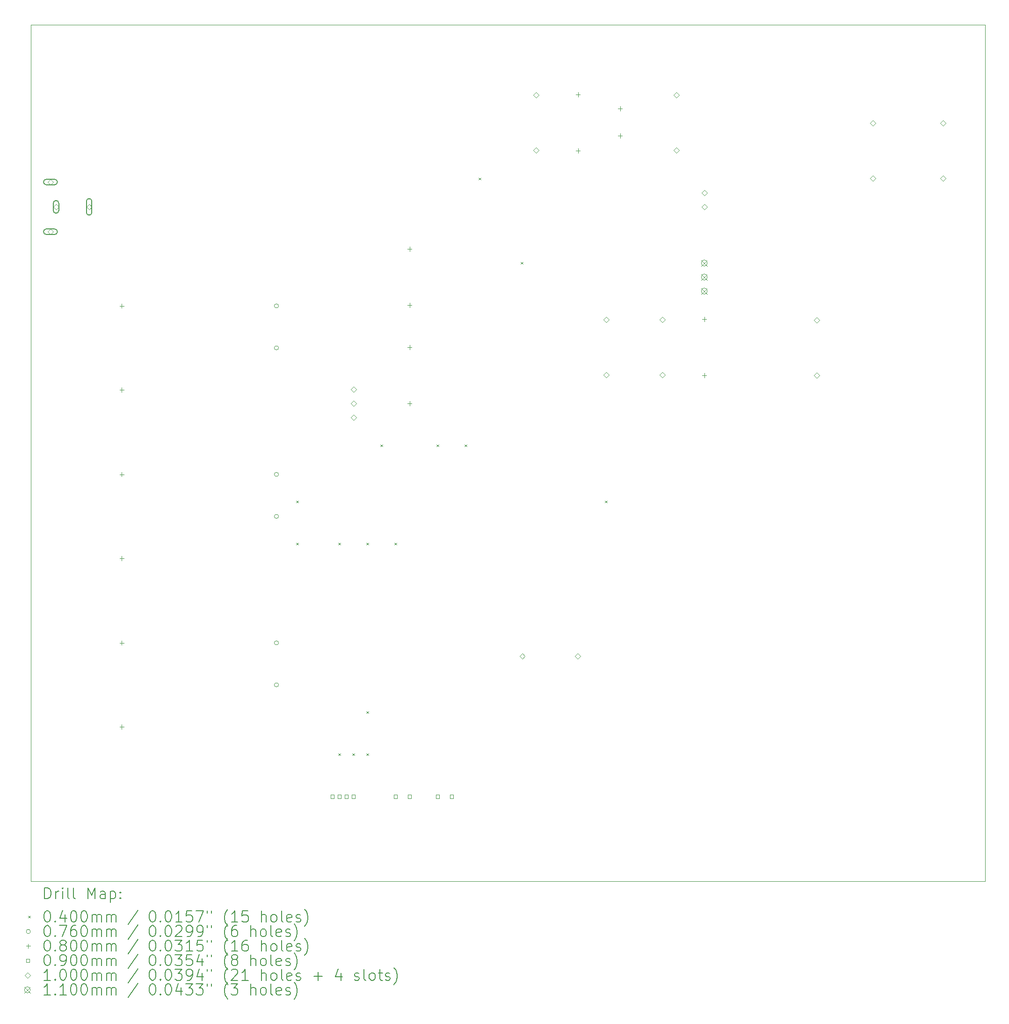
<source format=gbr>
%TF.GenerationSoftware,KiCad,Pcbnew,(6.0.7)*%
%TF.CreationDate,2022-11-30T23:51:10-03:00*%
%TF.ProjectId,ea075_project,65613037-355f-4707-926f-6a6563742e6b,rev?*%
%TF.SameCoordinates,Original*%
%TF.FileFunction,Drillmap*%
%TF.FilePolarity,Positive*%
%FSLAX45Y45*%
G04 Gerber Fmt 4.5, Leading zero omitted, Abs format (unit mm)*
G04 Created by KiCad (PCBNEW (6.0.7)) date 2022-11-30 23:51:10*
%MOMM*%
%LPD*%
G01*
G04 APERTURE LIST*
%ADD10C,0.100000*%
%ADD11C,0.200000*%
%ADD12C,0.040000*%
%ADD13C,0.076000*%
%ADD14C,0.080000*%
%ADD15C,0.090000*%
%ADD16C,0.110000*%
G04 APERTURE END LIST*
D10*
X5842000Y-2286000D02*
X23114000Y-2286000D01*
X23114000Y-2286000D02*
X23114000Y-17780000D01*
X23114000Y-17780000D02*
X5842000Y-17780000D01*
X5842000Y-17780000D02*
X5842000Y-2286000D01*
D11*
D12*
X10648000Y-10894000D02*
X10688000Y-10934000D01*
X10688000Y-10894000D02*
X10648000Y-10934000D01*
X10648000Y-11656000D02*
X10688000Y-11696000D01*
X10688000Y-11656000D02*
X10648000Y-11696000D01*
X11410000Y-11656000D02*
X11450000Y-11696000D01*
X11450000Y-11656000D02*
X11410000Y-11696000D01*
X11410000Y-15466000D02*
X11450000Y-15506000D01*
X11450000Y-15466000D02*
X11410000Y-15506000D01*
X11664000Y-15466000D02*
X11704000Y-15506000D01*
X11704000Y-15466000D02*
X11664000Y-15506000D01*
X11918000Y-11656000D02*
X11958000Y-11696000D01*
X11958000Y-11656000D02*
X11918000Y-11696000D01*
X11918000Y-14704000D02*
X11958000Y-14744000D01*
X11958000Y-14704000D02*
X11918000Y-14744000D01*
X11918000Y-15466000D02*
X11958000Y-15506000D01*
X11958000Y-15466000D02*
X11918000Y-15506000D01*
X12172000Y-9878000D02*
X12212000Y-9918000D01*
X12212000Y-9878000D02*
X12172000Y-9918000D01*
X12426000Y-11656000D02*
X12466000Y-11696000D01*
X12466000Y-11656000D02*
X12426000Y-11696000D01*
X13188000Y-9878000D02*
X13228000Y-9918000D01*
X13228000Y-9878000D02*
X13188000Y-9918000D01*
X13696000Y-9878000D02*
X13736000Y-9918000D01*
X13736000Y-9878000D02*
X13696000Y-9918000D01*
X13950000Y-5052000D02*
X13990000Y-5092000D01*
X13990000Y-5052000D02*
X13950000Y-5092000D01*
X14712000Y-6576000D02*
X14752000Y-6616000D01*
X14752000Y-6576000D02*
X14712000Y-6616000D01*
X16236000Y-10894000D02*
X16276000Y-10934000D01*
X16276000Y-10894000D02*
X16236000Y-10934000D01*
D13*
X10328000Y-7371750D02*
G75*
G03*
X10328000Y-7371750I-38000J0D01*
G01*
X10328000Y-8131750D02*
G75*
G03*
X10328000Y-8131750I-38000J0D01*
G01*
X10328000Y-10419750D02*
G75*
G03*
X10328000Y-10419750I-38000J0D01*
G01*
X10328000Y-11179750D02*
G75*
G03*
X10328000Y-11179750I-38000J0D01*
G01*
X10328000Y-13467750D02*
G75*
G03*
X10328000Y-13467750I-38000J0D01*
G01*
X10328000Y-14227750D02*
G75*
G03*
X10328000Y-14227750I-38000J0D01*
G01*
D14*
X7490000Y-7331750D02*
X7490000Y-7411750D01*
X7450000Y-7371750D02*
X7530000Y-7371750D01*
X7490000Y-8851750D02*
X7490000Y-8931750D01*
X7450000Y-8891750D02*
X7530000Y-8891750D01*
X7490000Y-10379750D02*
X7490000Y-10459750D01*
X7450000Y-10419750D02*
X7530000Y-10419750D01*
X7490000Y-11899750D02*
X7490000Y-11979750D01*
X7450000Y-11939750D02*
X7530000Y-11939750D01*
X7490000Y-13427750D02*
X7490000Y-13507750D01*
X7450000Y-13467750D02*
X7530000Y-13467750D01*
X7490000Y-14947750D02*
X7490000Y-15027750D01*
X7450000Y-14987750D02*
X7530000Y-14987750D01*
X12700000Y-6302000D02*
X12700000Y-6382000D01*
X12660000Y-6342000D02*
X12740000Y-6342000D01*
X12700000Y-7318000D02*
X12700000Y-7398000D01*
X12660000Y-7358000D02*
X12740000Y-7358000D01*
X12700000Y-8080000D02*
X12700000Y-8160000D01*
X12660000Y-8120000D02*
X12740000Y-8120000D01*
X12700000Y-9096000D02*
X12700000Y-9176000D01*
X12660000Y-9136000D02*
X12740000Y-9136000D01*
X15748000Y-3508000D02*
X15748000Y-3588000D01*
X15708000Y-3548000D02*
X15788000Y-3548000D01*
X15748000Y-4524000D02*
X15748000Y-4604000D01*
X15708000Y-4564000D02*
X15788000Y-4564000D01*
X16510000Y-3762000D02*
X16510000Y-3842000D01*
X16470000Y-3802000D02*
X16550000Y-3802000D01*
X16510000Y-4252000D02*
X16510000Y-4332000D01*
X16470000Y-4292000D02*
X16550000Y-4292000D01*
X18034000Y-7572000D02*
X18034000Y-7652000D01*
X17994000Y-7612000D02*
X18074000Y-7612000D01*
X18034000Y-8588000D02*
X18034000Y-8668000D01*
X17994000Y-8628000D02*
X18074000Y-8628000D01*
D15*
X11334820Y-16279820D02*
X11334820Y-16216180D01*
X11271180Y-16216180D01*
X11271180Y-16279820D01*
X11334820Y-16279820D01*
X11461820Y-16279820D02*
X11461820Y-16216180D01*
X11398180Y-16216180D01*
X11398180Y-16279820D01*
X11461820Y-16279820D01*
X11588820Y-16279820D02*
X11588820Y-16216180D01*
X11525180Y-16216180D01*
X11525180Y-16279820D01*
X11588820Y-16279820D01*
X11715820Y-16279820D02*
X11715820Y-16216180D01*
X11652180Y-16216180D01*
X11652180Y-16279820D01*
X11715820Y-16279820D01*
X12477820Y-16279820D02*
X12477820Y-16216180D01*
X12414180Y-16216180D01*
X12414180Y-16279820D01*
X12477820Y-16279820D01*
X12731820Y-16279820D02*
X12731820Y-16216180D01*
X12668180Y-16216180D01*
X12668180Y-16279820D01*
X12731820Y-16279820D01*
X13239820Y-16279820D02*
X13239820Y-16216180D01*
X13176180Y-16216180D01*
X13176180Y-16279820D01*
X13239820Y-16279820D01*
X13493820Y-16279820D02*
X13493820Y-16216180D01*
X13430180Y-16216180D01*
X13430180Y-16279820D01*
X13493820Y-16279820D01*
D10*
X6200000Y-5180000D02*
X6250000Y-5130000D01*
X6200000Y-5080000D01*
X6150000Y-5130000D01*
X6200000Y-5180000D01*
D11*
X6275000Y-5080000D02*
X6125000Y-5080000D01*
X6275000Y-5180000D02*
X6125000Y-5180000D01*
X6125000Y-5080000D02*
G75*
G03*
X6125000Y-5180000I0J-50000D01*
G01*
X6275000Y-5180000D02*
G75*
G03*
X6275000Y-5080000I0J50000D01*
G01*
D10*
X6200000Y-6080000D02*
X6250000Y-6030000D01*
X6200000Y-5980000D01*
X6150000Y-6030000D01*
X6200000Y-6080000D01*
D11*
X6275000Y-5980000D02*
X6125000Y-5980000D01*
X6275000Y-6080000D02*
X6125000Y-6080000D01*
X6125000Y-5980000D02*
G75*
G03*
X6125000Y-6080000I0J-50000D01*
G01*
X6275000Y-6080000D02*
G75*
G03*
X6275000Y-5980000I0J50000D01*
G01*
D10*
X6300000Y-5630000D02*
X6350000Y-5580000D01*
X6300000Y-5530000D01*
X6250000Y-5580000D01*
X6300000Y-5630000D01*
D11*
X6250000Y-5515000D02*
X6250000Y-5645000D01*
X6350000Y-5515000D02*
X6350000Y-5645000D01*
X6250000Y-5645000D02*
G75*
G03*
X6350000Y-5645000I50000J0D01*
G01*
X6350000Y-5515000D02*
G75*
G03*
X6250000Y-5515000I-50000J0D01*
G01*
D10*
X6900000Y-5630000D02*
X6950000Y-5580000D01*
X6900000Y-5530000D01*
X6850000Y-5580000D01*
X6900000Y-5630000D01*
D11*
X6850000Y-5480000D02*
X6850000Y-5680000D01*
X6950000Y-5480000D02*
X6950000Y-5680000D01*
X6850000Y-5680000D02*
G75*
G03*
X6950000Y-5680000I50000J0D01*
G01*
X6950000Y-5480000D02*
G75*
G03*
X6850000Y-5480000I-50000J0D01*
G01*
D10*
X11684000Y-8932000D02*
X11734000Y-8882000D01*
X11684000Y-8832000D01*
X11634000Y-8882000D01*
X11684000Y-8932000D01*
X11684000Y-9186000D02*
X11734000Y-9136000D01*
X11684000Y-9086000D01*
X11634000Y-9136000D01*
X11684000Y-9186000D01*
X11684000Y-9440000D02*
X11734000Y-9390000D01*
X11684000Y-9340000D01*
X11634000Y-9390000D01*
X11684000Y-9440000D01*
X14740000Y-13758000D02*
X14790000Y-13708000D01*
X14740000Y-13658000D01*
X14690000Y-13708000D01*
X14740000Y-13758000D01*
X14986000Y-3606000D02*
X15036000Y-3556000D01*
X14986000Y-3506000D01*
X14936000Y-3556000D01*
X14986000Y-3606000D01*
X14986000Y-4606000D02*
X15036000Y-4556000D01*
X14986000Y-4506000D01*
X14936000Y-4556000D01*
X14986000Y-4606000D01*
X15740000Y-13758000D02*
X15790000Y-13708000D01*
X15740000Y-13658000D01*
X15690000Y-13708000D01*
X15740000Y-13758000D01*
X16256000Y-7670000D02*
X16306000Y-7620000D01*
X16256000Y-7570000D01*
X16206000Y-7620000D01*
X16256000Y-7670000D01*
X16256000Y-8670000D02*
X16306000Y-8620000D01*
X16256000Y-8570000D01*
X16206000Y-8620000D01*
X16256000Y-8670000D01*
X17272000Y-7670000D02*
X17322000Y-7620000D01*
X17272000Y-7570000D01*
X17222000Y-7620000D01*
X17272000Y-7670000D01*
X17272000Y-8670000D02*
X17322000Y-8620000D01*
X17272000Y-8570000D01*
X17222000Y-8620000D01*
X17272000Y-8670000D01*
X17526000Y-3606000D02*
X17576000Y-3556000D01*
X17526000Y-3506000D01*
X17476000Y-3556000D01*
X17526000Y-3606000D01*
X17526000Y-4606000D02*
X17576000Y-4556000D01*
X17526000Y-4506000D01*
X17476000Y-4556000D01*
X17526000Y-4606000D01*
X18034000Y-5376000D02*
X18084000Y-5326000D01*
X18034000Y-5276000D01*
X17984000Y-5326000D01*
X18034000Y-5376000D01*
X18034000Y-5630000D02*
X18084000Y-5580000D01*
X18034000Y-5530000D01*
X17984000Y-5580000D01*
X18034000Y-5630000D01*
X20066000Y-7678000D02*
X20116000Y-7628000D01*
X20066000Y-7578000D01*
X20016000Y-7628000D01*
X20066000Y-7678000D01*
X20066000Y-8678000D02*
X20116000Y-8628000D01*
X20066000Y-8578000D01*
X20016000Y-8628000D01*
X20066000Y-8678000D01*
X21082000Y-4114000D02*
X21132000Y-4064000D01*
X21082000Y-4014000D01*
X21032000Y-4064000D01*
X21082000Y-4114000D01*
X21082000Y-5114000D02*
X21132000Y-5064000D01*
X21082000Y-5014000D01*
X21032000Y-5064000D01*
X21082000Y-5114000D01*
X22352000Y-4114000D02*
X22402000Y-4064000D01*
X22352000Y-4014000D01*
X22302000Y-4064000D01*
X22352000Y-4114000D01*
X22352000Y-5114000D02*
X22402000Y-5064000D01*
X22352000Y-5014000D01*
X22302000Y-5064000D01*
X22352000Y-5114000D01*
D16*
X17979000Y-6541000D02*
X18089000Y-6651000D01*
X18089000Y-6541000D02*
X17979000Y-6651000D01*
X18089000Y-6596000D02*
G75*
G03*
X18089000Y-6596000I-55000J0D01*
G01*
X17979000Y-6795000D02*
X18089000Y-6905000D01*
X18089000Y-6795000D02*
X17979000Y-6905000D01*
X18089000Y-6850000D02*
G75*
G03*
X18089000Y-6850000I-55000J0D01*
G01*
X17979000Y-7049000D02*
X18089000Y-7159000D01*
X18089000Y-7049000D02*
X17979000Y-7159000D01*
X18089000Y-7104000D02*
G75*
G03*
X18089000Y-7104000I-55000J0D01*
G01*
D11*
X6094619Y-18095476D02*
X6094619Y-17895476D01*
X6142238Y-17895476D01*
X6170809Y-17905000D01*
X6189857Y-17924048D01*
X6199381Y-17943095D01*
X6208905Y-17981190D01*
X6208905Y-18009762D01*
X6199381Y-18047857D01*
X6189857Y-18066905D01*
X6170809Y-18085952D01*
X6142238Y-18095476D01*
X6094619Y-18095476D01*
X6294619Y-18095476D02*
X6294619Y-17962143D01*
X6294619Y-18000238D02*
X6304143Y-17981190D01*
X6313667Y-17971667D01*
X6332714Y-17962143D01*
X6351762Y-17962143D01*
X6418428Y-18095476D02*
X6418428Y-17962143D01*
X6418428Y-17895476D02*
X6408905Y-17905000D01*
X6418428Y-17914524D01*
X6427952Y-17905000D01*
X6418428Y-17895476D01*
X6418428Y-17914524D01*
X6542238Y-18095476D02*
X6523190Y-18085952D01*
X6513667Y-18066905D01*
X6513667Y-17895476D01*
X6647000Y-18095476D02*
X6627952Y-18085952D01*
X6618428Y-18066905D01*
X6618428Y-17895476D01*
X6875571Y-18095476D02*
X6875571Y-17895476D01*
X6942238Y-18038333D01*
X7008905Y-17895476D01*
X7008905Y-18095476D01*
X7189857Y-18095476D02*
X7189857Y-17990714D01*
X7180333Y-17971667D01*
X7161286Y-17962143D01*
X7123190Y-17962143D01*
X7104143Y-17971667D01*
X7189857Y-18085952D02*
X7170809Y-18095476D01*
X7123190Y-18095476D01*
X7104143Y-18085952D01*
X7094619Y-18066905D01*
X7094619Y-18047857D01*
X7104143Y-18028810D01*
X7123190Y-18019286D01*
X7170809Y-18019286D01*
X7189857Y-18009762D01*
X7285095Y-17962143D02*
X7285095Y-18162143D01*
X7285095Y-17971667D02*
X7304143Y-17962143D01*
X7342238Y-17962143D01*
X7361286Y-17971667D01*
X7370809Y-17981190D01*
X7380333Y-18000238D01*
X7380333Y-18057381D01*
X7370809Y-18076429D01*
X7361286Y-18085952D01*
X7342238Y-18095476D01*
X7304143Y-18095476D01*
X7285095Y-18085952D01*
X7466048Y-18076429D02*
X7475571Y-18085952D01*
X7466048Y-18095476D01*
X7456524Y-18085952D01*
X7466048Y-18076429D01*
X7466048Y-18095476D01*
X7466048Y-17971667D02*
X7475571Y-17981190D01*
X7466048Y-17990714D01*
X7456524Y-17981190D01*
X7466048Y-17971667D01*
X7466048Y-17990714D01*
D12*
X5797000Y-18405000D02*
X5837000Y-18445000D01*
X5837000Y-18405000D02*
X5797000Y-18445000D01*
D11*
X6132714Y-18315476D02*
X6151762Y-18315476D01*
X6170809Y-18325000D01*
X6180333Y-18334524D01*
X6189857Y-18353571D01*
X6199381Y-18391667D01*
X6199381Y-18439286D01*
X6189857Y-18477381D01*
X6180333Y-18496429D01*
X6170809Y-18505952D01*
X6151762Y-18515476D01*
X6132714Y-18515476D01*
X6113667Y-18505952D01*
X6104143Y-18496429D01*
X6094619Y-18477381D01*
X6085095Y-18439286D01*
X6085095Y-18391667D01*
X6094619Y-18353571D01*
X6104143Y-18334524D01*
X6113667Y-18325000D01*
X6132714Y-18315476D01*
X6285095Y-18496429D02*
X6294619Y-18505952D01*
X6285095Y-18515476D01*
X6275571Y-18505952D01*
X6285095Y-18496429D01*
X6285095Y-18515476D01*
X6466048Y-18382143D02*
X6466048Y-18515476D01*
X6418428Y-18305952D02*
X6370809Y-18448810D01*
X6494619Y-18448810D01*
X6608905Y-18315476D02*
X6627952Y-18315476D01*
X6647000Y-18325000D01*
X6656524Y-18334524D01*
X6666048Y-18353571D01*
X6675571Y-18391667D01*
X6675571Y-18439286D01*
X6666048Y-18477381D01*
X6656524Y-18496429D01*
X6647000Y-18505952D01*
X6627952Y-18515476D01*
X6608905Y-18515476D01*
X6589857Y-18505952D01*
X6580333Y-18496429D01*
X6570809Y-18477381D01*
X6561286Y-18439286D01*
X6561286Y-18391667D01*
X6570809Y-18353571D01*
X6580333Y-18334524D01*
X6589857Y-18325000D01*
X6608905Y-18315476D01*
X6799381Y-18315476D02*
X6818428Y-18315476D01*
X6837476Y-18325000D01*
X6847000Y-18334524D01*
X6856524Y-18353571D01*
X6866048Y-18391667D01*
X6866048Y-18439286D01*
X6856524Y-18477381D01*
X6847000Y-18496429D01*
X6837476Y-18505952D01*
X6818428Y-18515476D01*
X6799381Y-18515476D01*
X6780333Y-18505952D01*
X6770809Y-18496429D01*
X6761286Y-18477381D01*
X6751762Y-18439286D01*
X6751762Y-18391667D01*
X6761286Y-18353571D01*
X6770809Y-18334524D01*
X6780333Y-18325000D01*
X6799381Y-18315476D01*
X6951762Y-18515476D02*
X6951762Y-18382143D01*
X6951762Y-18401190D02*
X6961286Y-18391667D01*
X6980333Y-18382143D01*
X7008905Y-18382143D01*
X7027952Y-18391667D01*
X7037476Y-18410714D01*
X7037476Y-18515476D01*
X7037476Y-18410714D02*
X7047000Y-18391667D01*
X7066048Y-18382143D01*
X7094619Y-18382143D01*
X7113667Y-18391667D01*
X7123190Y-18410714D01*
X7123190Y-18515476D01*
X7218428Y-18515476D02*
X7218428Y-18382143D01*
X7218428Y-18401190D02*
X7227952Y-18391667D01*
X7247000Y-18382143D01*
X7275571Y-18382143D01*
X7294619Y-18391667D01*
X7304143Y-18410714D01*
X7304143Y-18515476D01*
X7304143Y-18410714D02*
X7313667Y-18391667D01*
X7332714Y-18382143D01*
X7361286Y-18382143D01*
X7380333Y-18391667D01*
X7389857Y-18410714D01*
X7389857Y-18515476D01*
X7780333Y-18305952D02*
X7608905Y-18563095D01*
X8037476Y-18315476D02*
X8056524Y-18315476D01*
X8075571Y-18325000D01*
X8085095Y-18334524D01*
X8094619Y-18353571D01*
X8104143Y-18391667D01*
X8104143Y-18439286D01*
X8094619Y-18477381D01*
X8085095Y-18496429D01*
X8075571Y-18505952D01*
X8056524Y-18515476D01*
X8037476Y-18515476D01*
X8018428Y-18505952D01*
X8008905Y-18496429D01*
X7999381Y-18477381D01*
X7989857Y-18439286D01*
X7989857Y-18391667D01*
X7999381Y-18353571D01*
X8008905Y-18334524D01*
X8018428Y-18325000D01*
X8037476Y-18315476D01*
X8189857Y-18496429D02*
X8199381Y-18505952D01*
X8189857Y-18515476D01*
X8180333Y-18505952D01*
X8189857Y-18496429D01*
X8189857Y-18515476D01*
X8323190Y-18315476D02*
X8342238Y-18315476D01*
X8361286Y-18325000D01*
X8370809Y-18334524D01*
X8380333Y-18353571D01*
X8389857Y-18391667D01*
X8389857Y-18439286D01*
X8380333Y-18477381D01*
X8370809Y-18496429D01*
X8361286Y-18505952D01*
X8342238Y-18515476D01*
X8323190Y-18515476D01*
X8304143Y-18505952D01*
X8294619Y-18496429D01*
X8285095Y-18477381D01*
X8275571Y-18439286D01*
X8275571Y-18391667D01*
X8285095Y-18353571D01*
X8294619Y-18334524D01*
X8304143Y-18325000D01*
X8323190Y-18315476D01*
X8580333Y-18515476D02*
X8466048Y-18515476D01*
X8523190Y-18515476D02*
X8523190Y-18315476D01*
X8504143Y-18344048D01*
X8485095Y-18363095D01*
X8466048Y-18372619D01*
X8761286Y-18315476D02*
X8666048Y-18315476D01*
X8656524Y-18410714D01*
X8666048Y-18401190D01*
X8685095Y-18391667D01*
X8732714Y-18391667D01*
X8751762Y-18401190D01*
X8761286Y-18410714D01*
X8770810Y-18429762D01*
X8770810Y-18477381D01*
X8761286Y-18496429D01*
X8751762Y-18505952D01*
X8732714Y-18515476D01*
X8685095Y-18515476D01*
X8666048Y-18505952D01*
X8656524Y-18496429D01*
X8837476Y-18315476D02*
X8970810Y-18315476D01*
X8885095Y-18515476D01*
X9037476Y-18315476D02*
X9037476Y-18353571D01*
X9113667Y-18315476D02*
X9113667Y-18353571D01*
X9408905Y-18591667D02*
X9399381Y-18582143D01*
X9380333Y-18553571D01*
X9370810Y-18534524D01*
X9361286Y-18505952D01*
X9351762Y-18458333D01*
X9351762Y-18420238D01*
X9361286Y-18372619D01*
X9370810Y-18344048D01*
X9380333Y-18325000D01*
X9399381Y-18296429D01*
X9408905Y-18286905D01*
X9589857Y-18515476D02*
X9475571Y-18515476D01*
X9532714Y-18515476D02*
X9532714Y-18315476D01*
X9513667Y-18344048D01*
X9494619Y-18363095D01*
X9475571Y-18372619D01*
X9770810Y-18315476D02*
X9675571Y-18315476D01*
X9666048Y-18410714D01*
X9675571Y-18401190D01*
X9694619Y-18391667D01*
X9742238Y-18391667D01*
X9761286Y-18401190D01*
X9770810Y-18410714D01*
X9780333Y-18429762D01*
X9780333Y-18477381D01*
X9770810Y-18496429D01*
X9761286Y-18505952D01*
X9742238Y-18515476D01*
X9694619Y-18515476D01*
X9675571Y-18505952D01*
X9666048Y-18496429D01*
X10018429Y-18515476D02*
X10018429Y-18315476D01*
X10104143Y-18515476D02*
X10104143Y-18410714D01*
X10094619Y-18391667D01*
X10075571Y-18382143D01*
X10047000Y-18382143D01*
X10027952Y-18391667D01*
X10018429Y-18401190D01*
X10227952Y-18515476D02*
X10208905Y-18505952D01*
X10199381Y-18496429D01*
X10189857Y-18477381D01*
X10189857Y-18420238D01*
X10199381Y-18401190D01*
X10208905Y-18391667D01*
X10227952Y-18382143D01*
X10256524Y-18382143D01*
X10275571Y-18391667D01*
X10285095Y-18401190D01*
X10294619Y-18420238D01*
X10294619Y-18477381D01*
X10285095Y-18496429D01*
X10275571Y-18505952D01*
X10256524Y-18515476D01*
X10227952Y-18515476D01*
X10408905Y-18515476D02*
X10389857Y-18505952D01*
X10380333Y-18486905D01*
X10380333Y-18315476D01*
X10561286Y-18505952D02*
X10542238Y-18515476D01*
X10504143Y-18515476D01*
X10485095Y-18505952D01*
X10475571Y-18486905D01*
X10475571Y-18410714D01*
X10485095Y-18391667D01*
X10504143Y-18382143D01*
X10542238Y-18382143D01*
X10561286Y-18391667D01*
X10570810Y-18410714D01*
X10570810Y-18429762D01*
X10475571Y-18448810D01*
X10647000Y-18505952D02*
X10666048Y-18515476D01*
X10704143Y-18515476D01*
X10723190Y-18505952D01*
X10732714Y-18486905D01*
X10732714Y-18477381D01*
X10723190Y-18458333D01*
X10704143Y-18448810D01*
X10675571Y-18448810D01*
X10656524Y-18439286D01*
X10647000Y-18420238D01*
X10647000Y-18410714D01*
X10656524Y-18391667D01*
X10675571Y-18382143D01*
X10704143Y-18382143D01*
X10723190Y-18391667D01*
X10799381Y-18591667D02*
X10808905Y-18582143D01*
X10827952Y-18553571D01*
X10837476Y-18534524D01*
X10847000Y-18505952D01*
X10856524Y-18458333D01*
X10856524Y-18420238D01*
X10847000Y-18372619D01*
X10837476Y-18344048D01*
X10827952Y-18325000D01*
X10808905Y-18296429D01*
X10799381Y-18286905D01*
D13*
X5837000Y-18689000D02*
G75*
G03*
X5837000Y-18689000I-38000J0D01*
G01*
D11*
X6132714Y-18579476D02*
X6151762Y-18579476D01*
X6170809Y-18589000D01*
X6180333Y-18598524D01*
X6189857Y-18617571D01*
X6199381Y-18655667D01*
X6199381Y-18703286D01*
X6189857Y-18741381D01*
X6180333Y-18760429D01*
X6170809Y-18769952D01*
X6151762Y-18779476D01*
X6132714Y-18779476D01*
X6113667Y-18769952D01*
X6104143Y-18760429D01*
X6094619Y-18741381D01*
X6085095Y-18703286D01*
X6085095Y-18655667D01*
X6094619Y-18617571D01*
X6104143Y-18598524D01*
X6113667Y-18589000D01*
X6132714Y-18579476D01*
X6285095Y-18760429D02*
X6294619Y-18769952D01*
X6285095Y-18779476D01*
X6275571Y-18769952D01*
X6285095Y-18760429D01*
X6285095Y-18779476D01*
X6361286Y-18579476D02*
X6494619Y-18579476D01*
X6408905Y-18779476D01*
X6656524Y-18579476D02*
X6618428Y-18579476D01*
X6599381Y-18589000D01*
X6589857Y-18598524D01*
X6570809Y-18627095D01*
X6561286Y-18665190D01*
X6561286Y-18741381D01*
X6570809Y-18760429D01*
X6580333Y-18769952D01*
X6599381Y-18779476D01*
X6637476Y-18779476D01*
X6656524Y-18769952D01*
X6666048Y-18760429D01*
X6675571Y-18741381D01*
X6675571Y-18693762D01*
X6666048Y-18674714D01*
X6656524Y-18665190D01*
X6637476Y-18655667D01*
X6599381Y-18655667D01*
X6580333Y-18665190D01*
X6570809Y-18674714D01*
X6561286Y-18693762D01*
X6799381Y-18579476D02*
X6818428Y-18579476D01*
X6837476Y-18589000D01*
X6847000Y-18598524D01*
X6856524Y-18617571D01*
X6866048Y-18655667D01*
X6866048Y-18703286D01*
X6856524Y-18741381D01*
X6847000Y-18760429D01*
X6837476Y-18769952D01*
X6818428Y-18779476D01*
X6799381Y-18779476D01*
X6780333Y-18769952D01*
X6770809Y-18760429D01*
X6761286Y-18741381D01*
X6751762Y-18703286D01*
X6751762Y-18655667D01*
X6761286Y-18617571D01*
X6770809Y-18598524D01*
X6780333Y-18589000D01*
X6799381Y-18579476D01*
X6951762Y-18779476D02*
X6951762Y-18646143D01*
X6951762Y-18665190D02*
X6961286Y-18655667D01*
X6980333Y-18646143D01*
X7008905Y-18646143D01*
X7027952Y-18655667D01*
X7037476Y-18674714D01*
X7037476Y-18779476D01*
X7037476Y-18674714D02*
X7047000Y-18655667D01*
X7066048Y-18646143D01*
X7094619Y-18646143D01*
X7113667Y-18655667D01*
X7123190Y-18674714D01*
X7123190Y-18779476D01*
X7218428Y-18779476D02*
X7218428Y-18646143D01*
X7218428Y-18665190D02*
X7227952Y-18655667D01*
X7247000Y-18646143D01*
X7275571Y-18646143D01*
X7294619Y-18655667D01*
X7304143Y-18674714D01*
X7304143Y-18779476D01*
X7304143Y-18674714D02*
X7313667Y-18655667D01*
X7332714Y-18646143D01*
X7361286Y-18646143D01*
X7380333Y-18655667D01*
X7389857Y-18674714D01*
X7389857Y-18779476D01*
X7780333Y-18569952D02*
X7608905Y-18827095D01*
X8037476Y-18579476D02*
X8056524Y-18579476D01*
X8075571Y-18589000D01*
X8085095Y-18598524D01*
X8094619Y-18617571D01*
X8104143Y-18655667D01*
X8104143Y-18703286D01*
X8094619Y-18741381D01*
X8085095Y-18760429D01*
X8075571Y-18769952D01*
X8056524Y-18779476D01*
X8037476Y-18779476D01*
X8018428Y-18769952D01*
X8008905Y-18760429D01*
X7999381Y-18741381D01*
X7989857Y-18703286D01*
X7989857Y-18655667D01*
X7999381Y-18617571D01*
X8008905Y-18598524D01*
X8018428Y-18589000D01*
X8037476Y-18579476D01*
X8189857Y-18760429D02*
X8199381Y-18769952D01*
X8189857Y-18779476D01*
X8180333Y-18769952D01*
X8189857Y-18760429D01*
X8189857Y-18779476D01*
X8323190Y-18579476D02*
X8342238Y-18579476D01*
X8361286Y-18589000D01*
X8370809Y-18598524D01*
X8380333Y-18617571D01*
X8389857Y-18655667D01*
X8389857Y-18703286D01*
X8380333Y-18741381D01*
X8370809Y-18760429D01*
X8361286Y-18769952D01*
X8342238Y-18779476D01*
X8323190Y-18779476D01*
X8304143Y-18769952D01*
X8294619Y-18760429D01*
X8285095Y-18741381D01*
X8275571Y-18703286D01*
X8275571Y-18655667D01*
X8285095Y-18617571D01*
X8294619Y-18598524D01*
X8304143Y-18589000D01*
X8323190Y-18579476D01*
X8466048Y-18598524D02*
X8475571Y-18589000D01*
X8494619Y-18579476D01*
X8542238Y-18579476D01*
X8561286Y-18589000D01*
X8570810Y-18598524D01*
X8580333Y-18617571D01*
X8580333Y-18636619D01*
X8570810Y-18665190D01*
X8456524Y-18779476D01*
X8580333Y-18779476D01*
X8675571Y-18779476D02*
X8713667Y-18779476D01*
X8732714Y-18769952D01*
X8742238Y-18760429D01*
X8761286Y-18731857D01*
X8770810Y-18693762D01*
X8770810Y-18617571D01*
X8761286Y-18598524D01*
X8751762Y-18589000D01*
X8732714Y-18579476D01*
X8694619Y-18579476D01*
X8675571Y-18589000D01*
X8666048Y-18598524D01*
X8656524Y-18617571D01*
X8656524Y-18665190D01*
X8666048Y-18684238D01*
X8675571Y-18693762D01*
X8694619Y-18703286D01*
X8732714Y-18703286D01*
X8751762Y-18693762D01*
X8761286Y-18684238D01*
X8770810Y-18665190D01*
X8866048Y-18779476D02*
X8904143Y-18779476D01*
X8923190Y-18769952D01*
X8932714Y-18760429D01*
X8951762Y-18731857D01*
X8961286Y-18693762D01*
X8961286Y-18617571D01*
X8951762Y-18598524D01*
X8942238Y-18589000D01*
X8923190Y-18579476D01*
X8885095Y-18579476D01*
X8866048Y-18589000D01*
X8856524Y-18598524D01*
X8847000Y-18617571D01*
X8847000Y-18665190D01*
X8856524Y-18684238D01*
X8866048Y-18693762D01*
X8885095Y-18703286D01*
X8923190Y-18703286D01*
X8942238Y-18693762D01*
X8951762Y-18684238D01*
X8961286Y-18665190D01*
X9037476Y-18579476D02*
X9037476Y-18617571D01*
X9113667Y-18579476D02*
X9113667Y-18617571D01*
X9408905Y-18855667D02*
X9399381Y-18846143D01*
X9380333Y-18817571D01*
X9370810Y-18798524D01*
X9361286Y-18769952D01*
X9351762Y-18722333D01*
X9351762Y-18684238D01*
X9361286Y-18636619D01*
X9370810Y-18608048D01*
X9380333Y-18589000D01*
X9399381Y-18560429D01*
X9408905Y-18550905D01*
X9570810Y-18579476D02*
X9532714Y-18579476D01*
X9513667Y-18589000D01*
X9504143Y-18598524D01*
X9485095Y-18627095D01*
X9475571Y-18665190D01*
X9475571Y-18741381D01*
X9485095Y-18760429D01*
X9494619Y-18769952D01*
X9513667Y-18779476D01*
X9551762Y-18779476D01*
X9570810Y-18769952D01*
X9580333Y-18760429D01*
X9589857Y-18741381D01*
X9589857Y-18693762D01*
X9580333Y-18674714D01*
X9570810Y-18665190D01*
X9551762Y-18655667D01*
X9513667Y-18655667D01*
X9494619Y-18665190D01*
X9485095Y-18674714D01*
X9475571Y-18693762D01*
X9827952Y-18779476D02*
X9827952Y-18579476D01*
X9913667Y-18779476D02*
X9913667Y-18674714D01*
X9904143Y-18655667D01*
X9885095Y-18646143D01*
X9856524Y-18646143D01*
X9837476Y-18655667D01*
X9827952Y-18665190D01*
X10037476Y-18779476D02*
X10018429Y-18769952D01*
X10008905Y-18760429D01*
X9999381Y-18741381D01*
X9999381Y-18684238D01*
X10008905Y-18665190D01*
X10018429Y-18655667D01*
X10037476Y-18646143D01*
X10066048Y-18646143D01*
X10085095Y-18655667D01*
X10094619Y-18665190D01*
X10104143Y-18684238D01*
X10104143Y-18741381D01*
X10094619Y-18760429D01*
X10085095Y-18769952D01*
X10066048Y-18779476D01*
X10037476Y-18779476D01*
X10218429Y-18779476D02*
X10199381Y-18769952D01*
X10189857Y-18750905D01*
X10189857Y-18579476D01*
X10370810Y-18769952D02*
X10351762Y-18779476D01*
X10313667Y-18779476D01*
X10294619Y-18769952D01*
X10285095Y-18750905D01*
X10285095Y-18674714D01*
X10294619Y-18655667D01*
X10313667Y-18646143D01*
X10351762Y-18646143D01*
X10370810Y-18655667D01*
X10380333Y-18674714D01*
X10380333Y-18693762D01*
X10285095Y-18712810D01*
X10456524Y-18769952D02*
X10475571Y-18779476D01*
X10513667Y-18779476D01*
X10532714Y-18769952D01*
X10542238Y-18750905D01*
X10542238Y-18741381D01*
X10532714Y-18722333D01*
X10513667Y-18712810D01*
X10485095Y-18712810D01*
X10466048Y-18703286D01*
X10456524Y-18684238D01*
X10456524Y-18674714D01*
X10466048Y-18655667D01*
X10485095Y-18646143D01*
X10513667Y-18646143D01*
X10532714Y-18655667D01*
X10608905Y-18855667D02*
X10618429Y-18846143D01*
X10637476Y-18817571D01*
X10647000Y-18798524D01*
X10656524Y-18769952D01*
X10666048Y-18722333D01*
X10666048Y-18684238D01*
X10656524Y-18636619D01*
X10647000Y-18608048D01*
X10637476Y-18589000D01*
X10618429Y-18560429D01*
X10608905Y-18550905D01*
D14*
X5797000Y-18913000D02*
X5797000Y-18993000D01*
X5757000Y-18953000D02*
X5837000Y-18953000D01*
D11*
X6132714Y-18843476D02*
X6151762Y-18843476D01*
X6170809Y-18853000D01*
X6180333Y-18862524D01*
X6189857Y-18881571D01*
X6199381Y-18919667D01*
X6199381Y-18967286D01*
X6189857Y-19005381D01*
X6180333Y-19024429D01*
X6170809Y-19033952D01*
X6151762Y-19043476D01*
X6132714Y-19043476D01*
X6113667Y-19033952D01*
X6104143Y-19024429D01*
X6094619Y-19005381D01*
X6085095Y-18967286D01*
X6085095Y-18919667D01*
X6094619Y-18881571D01*
X6104143Y-18862524D01*
X6113667Y-18853000D01*
X6132714Y-18843476D01*
X6285095Y-19024429D02*
X6294619Y-19033952D01*
X6285095Y-19043476D01*
X6275571Y-19033952D01*
X6285095Y-19024429D01*
X6285095Y-19043476D01*
X6408905Y-18929190D02*
X6389857Y-18919667D01*
X6380333Y-18910143D01*
X6370809Y-18891095D01*
X6370809Y-18881571D01*
X6380333Y-18862524D01*
X6389857Y-18853000D01*
X6408905Y-18843476D01*
X6447000Y-18843476D01*
X6466048Y-18853000D01*
X6475571Y-18862524D01*
X6485095Y-18881571D01*
X6485095Y-18891095D01*
X6475571Y-18910143D01*
X6466048Y-18919667D01*
X6447000Y-18929190D01*
X6408905Y-18929190D01*
X6389857Y-18938714D01*
X6380333Y-18948238D01*
X6370809Y-18967286D01*
X6370809Y-19005381D01*
X6380333Y-19024429D01*
X6389857Y-19033952D01*
X6408905Y-19043476D01*
X6447000Y-19043476D01*
X6466048Y-19033952D01*
X6475571Y-19024429D01*
X6485095Y-19005381D01*
X6485095Y-18967286D01*
X6475571Y-18948238D01*
X6466048Y-18938714D01*
X6447000Y-18929190D01*
X6608905Y-18843476D02*
X6627952Y-18843476D01*
X6647000Y-18853000D01*
X6656524Y-18862524D01*
X6666048Y-18881571D01*
X6675571Y-18919667D01*
X6675571Y-18967286D01*
X6666048Y-19005381D01*
X6656524Y-19024429D01*
X6647000Y-19033952D01*
X6627952Y-19043476D01*
X6608905Y-19043476D01*
X6589857Y-19033952D01*
X6580333Y-19024429D01*
X6570809Y-19005381D01*
X6561286Y-18967286D01*
X6561286Y-18919667D01*
X6570809Y-18881571D01*
X6580333Y-18862524D01*
X6589857Y-18853000D01*
X6608905Y-18843476D01*
X6799381Y-18843476D02*
X6818428Y-18843476D01*
X6837476Y-18853000D01*
X6847000Y-18862524D01*
X6856524Y-18881571D01*
X6866048Y-18919667D01*
X6866048Y-18967286D01*
X6856524Y-19005381D01*
X6847000Y-19024429D01*
X6837476Y-19033952D01*
X6818428Y-19043476D01*
X6799381Y-19043476D01*
X6780333Y-19033952D01*
X6770809Y-19024429D01*
X6761286Y-19005381D01*
X6751762Y-18967286D01*
X6751762Y-18919667D01*
X6761286Y-18881571D01*
X6770809Y-18862524D01*
X6780333Y-18853000D01*
X6799381Y-18843476D01*
X6951762Y-19043476D02*
X6951762Y-18910143D01*
X6951762Y-18929190D02*
X6961286Y-18919667D01*
X6980333Y-18910143D01*
X7008905Y-18910143D01*
X7027952Y-18919667D01*
X7037476Y-18938714D01*
X7037476Y-19043476D01*
X7037476Y-18938714D02*
X7047000Y-18919667D01*
X7066048Y-18910143D01*
X7094619Y-18910143D01*
X7113667Y-18919667D01*
X7123190Y-18938714D01*
X7123190Y-19043476D01*
X7218428Y-19043476D02*
X7218428Y-18910143D01*
X7218428Y-18929190D02*
X7227952Y-18919667D01*
X7247000Y-18910143D01*
X7275571Y-18910143D01*
X7294619Y-18919667D01*
X7304143Y-18938714D01*
X7304143Y-19043476D01*
X7304143Y-18938714D02*
X7313667Y-18919667D01*
X7332714Y-18910143D01*
X7361286Y-18910143D01*
X7380333Y-18919667D01*
X7389857Y-18938714D01*
X7389857Y-19043476D01*
X7780333Y-18833952D02*
X7608905Y-19091095D01*
X8037476Y-18843476D02*
X8056524Y-18843476D01*
X8075571Y-18853000D01*
X8085095Y-18862524D01*
X8094619Y-18881571D01*
X8104143Y-18919667D01*
X8104143Y-18967286D01*
X8094619Y-19005381D01*
X8085095Y-19024429D01*
X8075571Y-19033952D01*
X8056524Y-19043476D01*
X8037476Y-19043476D01*
X8018428Y-19033952D01*
X8008905Y-19024429D01*
X7999381Y-19005381D01*
X7989857Y-18967286D01*
X7989857Y-18919667D01*
X7999381Y-18881571D01*
X8008905Y-18862524D01*
X8018428Y-18853000D01*
X8037476Y-18843476D01*
X8189857Y-19024429D02*
X8199381Y-19033952D01*
X8189857Y-19043476D01*
X8180333Y-19033952D01*
X8189857Y-19024429D01*
X8189857Y-19043476D01*
X8323190Y-18843476D02*
X8342238Y-18843476D01*
X8361286Y-18853000D01*
X8370809Y-18862524D01*
X8380333Y-18881571D01*
X8389857Y-18919667D01*
X8389857Y-18967286D01*
X8380333Y-19005381D01*
X8370809Y-19024429D01*
X8361286Y-19033952D01*
X8342238Y-19043476D01*
X8323190Y-19043476D01*
X8304143Y-19033952D01*
X8294619Y-19024429D01*
X8285095Y-19005381D01*
X8275571Y-18967286D01*
X8275571Y-18919667D01*
X8285095Y-18881571D01*
X8294619Y-18862524D01*
X8304143Y-18853000D01*
X8323190Y-18843476D01*
X8456524Y-18843476D02*
X8580333Y-18843476D01*
X8513667Y-18919667D01*
X8542238Y-18919667D01*
X8561286Y-18929190D01*
X8570810Y-18938714D01*
X8580333Y-18957762D01*
X8580333Y-19005381D01*
X8570810Y-19024429D01*
X8561286Y-19033952D01*
X8542238Y-19043476D01*
X8485095Y-19043476D01*
X8466048Y-19033952D01*
X8456524Y-19024429D01*
X8770810Y-19043476D02*
X8656524Y-19043476D01*
X8713667Y-19043476D02*
X8713667Y-18843476D01*
X8694619Y-18872048D01*
X8675571Y-18891095D01*
X8656524Y-18900619D01*
X8951762Y-18843476D02*
X8856524Y-18843476D01*
X8847000Y-18938714D01*
X8856524Y-18929190D01*
X8875571Y-18919667D01*
X8923190Y-18919667D01*
X8942238Y-18929190D01*
X8951762Y-18938714D01*
X8961286Y-18957762D01*
X8961286Y-19005381D01*
X8951762Y-19024429D01*
X8942238Y-19033952D01*
X8923190Y-19043476D01*
X8875571Y-19043476D01*
X8856524Y-19033952D01*
X8847000Y-19024429D01*
X9037476Y-18843476D02*
X9037476Y-18881571D01*
X9113667Y-18843476D02*
X9113667Y-18881571D01*
X9408905Y-19119667D02*
X9399381Y-19110143D01*
X9380333Y-19081571D01*
X9370810Y-19062524D01*
X9361286Y-19033952D01*
X9351762Y-18986333D01*
X9351762Y-18948238D01*
X9361286Y-18900619D01*
X9370810Y-18872048D01*
X9380333Y-18853000D01*
X9399381Y-18824429D01*
X9408905Y-18814905D01*
X9589857Y-19043476D02*
X9475571Y-19043476D01*
X9532714Y-19043476D02*
X9532714Y-18843476D01*
X9513667Y-18872048D01*
X9494619Y-18891095D01*
X9475571Y-18900619D01*
X9761286Y-18843476D02*
X9723190Y-18843476D01*
X9704143Y-18853000D01*
X9694619Y-18862524D01*
X9675571Y-18891095D01*
X9666048Y-18929190D01*
X9666048Y-19005381D01*
X9675571Y-19024429D01*
X9685095Y-19033952D01*
X9704143Y-19043476D01*
X9742238Y-19043476D01*
X9761286Y-19033952D01*
X9770810Y-19024429D01*
X9780333Y-19005381D01*
X9780333Y-18957762D01*
X9770810Y-18938714D01*
X9761286Y-18929190D01*
X9742238Y-18919667D01*
X9704143Y-18919667D01*
X9685095Y-18929190D01*
X9675571Y-18938714D01*
X9666048Y-18957762D01*
X10018429Y-19043476D02*
X10018429Y-18843476D01*
X10104143Y-19043476D02*
X10104143Y-18938714D01*
X10094619Y-18919667D01*
X10075571Y-18910143D01*
X10047000Y-18910143D01*
X10027952Y-18919667D01*
X10018429Y-18929190D01*
X10227952Y-19043476D02*
X10208905Y-19033952D01*
X10199381Y-19024429D01*
X10189857Y-19005381D01*
X10189857Y-18948238D01*
X10199381Y-18929190D01*
X10208905Y-18919667D01*
X10227952Y-18910143D01*
X10256524Y-18910143D01*
X10275571Y-18919667D01*
X10285095Y-18929190D01*
X10294619Y-18948238D01*
X10294619Y-19005381D01*
X10285095Y-19024429D01*
X10275571Y-19033952D01*
X10256524Y-19043476D01*
X10227952Y-19043476D01*
X10408905Y-19043476D02*
X10389857Y-19033952D01*
X10380333Y-19014905D01*
X10380333Y-18843476D01*
X10561286Y-19033952D02*
X10542238Y-19043476D01*
X10504143Y-19043476D01*
X10485095Y-19033952D01*
X10475571Y-19014905D01*
X10475571Y-18938714D01*
X10485095Y-18919667D01*
X10504143Y-18910143D01*
X10542238Y-18910143D01*
X10561286Y-18919667D01*
X10570810Y-18938714D01*
X10570810Y-18957762D01*
X10475571Y-18976810D01*
X10647000Y-19033952D02*
X10666048Y-19043476D01*
X10704143Y-19043476D01*
X10723190Y-19033952D01*
X10732714Y-19014905D01*
X10732714Y-19005381D01*
X10723190Y-18986333D01*
X10704143Y-18976810D01*
X10675571Y-18976810D01*
X10656524Y-18967286D01*
X10647000Y-18948238D01*
X10647000Y-18938714D01*
X10656524Y-18919667D01*
X10675571Y-18910143D01*
X10704143Y-18910143D01*
X10723190Y-18919667D01*
X10799381Y-19119667D02*
X10808905Y-19110143D01*
X10827952Y-19081571D01*
X10837476Y-19062524D01*
X10847000Y-19033952D01*
X10856524Y-18986333D01*
X10856524Y-18948238D01*
X10847000Y-18900619D01*
X10837476Y-18872048D01*
X10827952Y-18853000D01*
X10808905Y-18824429D01*
X10799381Y-18814905D01*
D15*
X5823820Y-19248820D02*
X5823820Y-19185180D01*
X5760180Y-19185180D01*
X5760180Y-19248820D01*
X5823820Y-19248820D01*
D11*
X6132714Y-19107476D02*
X6151762Y-19107476D01*
X6170809Y-19117000D01*
X6180333Y-19126524D01*
X6189857Y-19145571D01*
X6199381Y-19183667D01*
X6199381Y-19231286D01*
X6189857Y-19269381D01*
X6180333Y-19288429D01*
X6170809Y-19297952D01*
X6151762Y-19307476D01*
X6132714Y-19307476D01*
X6113667Y-19297952D01*
X6104143Y-19288429D01*
X6094619Y-19269381D01*
X6085095Y-19231286D01*
X6085095Y-19183667D01*
X6094619Y-19145571D01*
X6104143Y-19126524D01*
X6113667Y-19117000D01*
X6132714Y-19107476D01*
X6285095Y-19288429D02*
X6294619Y-19297952D01*
X6285095Y-19307476D01*
X6275571Y-19297952D01*
X6285095Y-19288429D01*
X6285095Y-19307476D01*
X6389857Y-19307476D02*
X6427952Y-19307476D01*
X6447000Y-19297952D01*
X6456524Y-19288429D01*
X6475571Y-19259857D01*
X6485095Y-19221762D01*
X6485095Y-19145571D01*
X6475571Y-19126524D01*
X6466048Y-19117000D01*
X6447000Y-19107476D01*
X6408905Y-19107476D01*
X6389857Y-19117000D01*
X6380333Y-19126524D01*
X6370809Y-19145571D01*
X6370809Y-19193190D01*
X6380333Y-19212238D01*
X6389857Y-19221762D01*
X6408905Y-19231286D01*
X6447000Y-19231286D01*
X6466048Y-19221762D01*
X6475571Y-19212238D01*
X6485095Y-19193190D01*
X6608905Y-19107476D02*
X6627952Y-19107476D01*
X6647000Y-19117000D01*
X6656524Y-19126524D01*
X6666048Y-19145571D01*
X6675571Y-19183667D01*
X6675571Y-19231286D01*
X6666048Y-19269381D01*
X6656524Y-19288429D01*
X6647000Y-19297952D01*
X6627952Y-19307476D01*
X6608905Y-19307476D01*
X6589857Y-19297952D01*
X6580333Y-19288429D01*
X6570809Y-19269381D01*
X6561286Y-19231286D01*
X6561286Y-19183667D01*
X6570809Y-19145571D01*
X6580333Y-19126524D01*
X6589857Y-19117000D01*
X6608905Y-19107476D01*
X6799381Y-19107476D02*
X6818428Y-19107476D01*
X6837476Y-19117000D01*
X6847000Y-19126524D01*
X6856524Y-19145571D01*
X6866048Y-19183667D01*
X6866048Y-19231286D01*
X6856524Y-19269381D01*
X6847000Y-19288429D01*
X6837476Y-19297952D01*
X6818428Y-19307476D01*
X6799381Y-19307476D01*
X6780333Y-19297952D01*
X6770809Y-19288429D01*
X6761286Y-19269381D01*
X6751762Y-19231286D01*
X6751762Y-19183667D01*
X6761286Y-19145571D01*
X6770809Y-19126524D01*
X6780333Y-19117000D01*
X6799381Y-19107476D01*
X6951762Y-19307476D02*
X6951762Y-19174143D01*
X6951762Y-19193190D02*
X6961286Y-19183667D01*
X6980333Y-19174143D01*
X7008905Y-19174143D01*
X7027952Y-19183667D01*
X7037476Y-19202714D01*
X7037476Y-19307476D01*
X7037476Y-19202714D02*
X7047000Y-19183667D01*
X7066048Y-19174143D01*
X7094619Y-19174143D01*
X7113667Y-19183667D01*
X7123190Y-19202714D01*
X7123190Y-19307476D01*
X7218428Y-19307476D02*
X7218428Y-19174143D01*
X7218428Y-19193190D02*
X7227952Y-19183667D01*
X7247000Y-19174143D01*
X7275571Y-19174143D01*
X7294619Y-19183667D01*
X7304143Y-19202714D01*
X7304143Y-19307476D01*
X7304143Y-19202714D02*
X7313667Y-19183667D01*
X7332714Y-19174143D01*
X7361286Y-19174143D01*
X7380333Y-19183667D01*
X7389857Y-19202714D01*
X7389857Y-19307476D01*
X7780333Y-19097952D02*
X7608905Y-19355095D01*
X8037476Y-19107476D02*
X8056524Y-19107476D01*
X8075571Y-19117000D01*
X8085095Y-19126524D01*
X8094619Y-19145571D01*
X8104143Y-19183667D01*
X8104143Y-19231286D01*
X8094619Y-19269381D01*
X8085095Y-19288429D01*
X8075571Y-19297952D01*
X8056524Y-19307476D01*
X8037476Y-19307476D01*
X8018428Y-19297952D01*
X8008905Y-19288429D01*
X7999381Y-19269381D01*
X7989857Y-19231286D01*
X7989857Y-19183667D01*
X7999381Y-19145571D01*
X8008905Y-19126524D01*
X8018428Y-19117000D01*
X8037476Y-19107476D01*
X8189857Y-19288429D02*
X8199381Y-19297952D01*
X8189857Y-19307476D01*
X8180333Y-19297952D01*
X8189857Y-19288429D01*
X8189857Y-19307476D01*
X8323190Y-19107476D02*
X8342238Y-19107476D01*
X8361286Y-19117000D01*
X8370809Y-19126524D01*
X8380333Y-19145571D01*
X8389857Y-19183667D01*
X8389857Y-19231286D01*
X8380333Y-19269381D01*
X8370809Y-19288429D01*
X8361286Y-19297952D01*
X8342238Y-19307476D01*
X8323190Y-19307476D01*
X8304143Y-19297952D01*
X8294619Y-19288429D01*
X8285095Y-19269381D01*
X8275571Y-19231286D01*
X8275571Y-19183667D01*
X8285095Y-19145571D01*
X8294619Y-19126524D01*
X8304143Y-19117000D01*
X8323190Y-19107476D01*
X8456524Y-19107476D02*
X8580333Y-19107476D01*
X8513667Y-19183667D01*
X8542238Y-19183667D01*
X8561286Y-19193190D01*
X8570810Y-19202714D01*
X8580333Y-19221762D01*
X8580333Y-19269381D01*
X8570810Y-19288429D01*
X8561286Y-19297952D01*
X8542238Y-19307476D01*
X8485095Y-19307476D01*
X8466048Y-19297952D01*
X8456524Y-19288429D01*
X8761286Y-19107476D02*
X8666048Y-19107476D01*
X8656524Y-19202714D01*
X8666048Y-19193190D01*
X8685095Y-19183667D01*
X8732714Y-19183667D01*
X8751762Y-19193190D01*
X8761286Y-19202714D01*
X8770810Y-19221762D01*
X8770810Y-19269381D01*
X8761286Y-19288429D01*
X8751762Y-19297952D01*
X8732714Y-19307476D01*
X8685095Y-19307476D01*
X8666048Y-19297952D01*
X8656524Y-19288429D01*
X8942238Y-19174143D02*
X8942238Y-19307476D01*
X8894619Y-19097952D02*
X8847000Y-19240810D01*
X8970810Y-19240810D01*
X9037476Y-19107476D02*
X9037476Y-19145571D01*
X9113667Y-19107476D02*
X9113667Y-19145571D01*
X9408905Y-19383667D02*
X9399381Y-19374143D01*
X9380333Y-19345571D01*
X9370810Y-19326524D01*
X9361286Y-19297952D01*
X9351762Y-19250333D01*
X9351762Y-19212238D01*
X9361286Y-19164619D01*
X9370810Y-19136048D01*
X9380333Y-19117000D01*
X9399381Y-19088429D01*
X9408905Y-19078905D01*
X9513667Y-19193190D02*
X9494619Y-19183667D01*
X9485095Y-19174143D01*
X9475571Y-19155095D01*
X9475571Y-19145571D01*
X9485095Y-19126524D01*
X9494619Y-19117000D01*
X9513667Y-19107476D01*
X9551762Y-19107476D01*
X9570810Y-19117000D01*
X9580333Y-19126524D01*
X9589857Y-19145571D01*
X9589857Y-19155095D01*
X9580333Y-19174143D01*
X9570810Y-19183667D01*
X9551762Y-19193190D01*
X9513667Y-19193190D01*
X9494619Y-19202714D01*
X9485095Y-19212238D01*
X9475571Y-19231286D01*
X9475571Y-19269381D01*
X9485095Y-19288429D01*
X9494619Y-19297952D01*
X9513667Y-19307476D01*
X9551762Y-19307476D01*
X9570810Y-19297952D01*
X9580333Y-19288429D01*
X9589857Y-19269381D01*
X9589857Y-19231286D01*
X9580333Y-19212238D01*
X9570810Y-19202714D01*
X9551762Y-19193190D01*
X9827952Y-19307476D02*
X9827952Y-19107476D01*
X9913667Y-19307476D02*
X9913667Y-19202714D01*
X9904143Y-19183667D01*
X9885095Y-19174143D01*
X9856524Y-19174143D01*
X9837476Y-19183667D01*
X9827952Y-19193190D01*
X10037476Y-19307476D02*
X10018429Y-19297952D01*
X10008905Y-19288429D01*
X9999381Y-19269381D01*
X9999381Y-19212238D01*
X10008905Y-19193190D01*
X10018429Y-19183667D01*
X10037476Y-19174143D01*
X10066048Y-19174143D01*
X10085095Y-19183667D01*
X10094619Y-19193190D01*
X10104143Y-19212238D01*
X10104143Y-19269381D01*
X10094619Y-19288429D01*
X10085095Y-19297952D01*
X10066048Y-19307476D01*
X10037476Y-19307476D01*
X10218429Y-19307476D02*
X10199381Y-19297952D01*
X10189857Y-19278905D01*
X10189857Y-19107476D01*
X10370810Y-19297952D02*
X10351762Y-19307476D01*
X10313667Y-19307476D01*
X10294619Y-19297952D01*
X10285095Y-19278905D01*
X10285095Y-19202714D01*
X10294619Y-19183667D01*
X10313667Y-19174143D01*
X10351762Y-19174143D01*
X10370810Y-19183667D01*
X10380333Y-19202714D01*
X10380333Y-19221762D01*
X10285095Y-19240810D01*
X10456524Y-19297952D02*
X10475571Y-19307476D01*
X10513667Y-19307476D01*
X10532714Y-19297952D01*
X10542238Y-19278905D01*
X10542238Y-19269381D01*
X10532714Y-19250333D01*
X10513667Y-19240810D01*
X10485095Y-19240810D01*
X10466048Y-19231286D01*
X10456524Y-19212238D01*
X10456524Y-19202714D01*
X10466048Y-19183667D01*
X10485095Y-19174143D01*
X10513667Y-19174143D01*
X10532714Y-19183667D01*
X10608905Y-19383667D02*
X10618429Y-19374143D01*
X10637476Y-19345571D01*
X10647000Y-19326524D01*
X10656524Y-19297952D01*
X10666048Y-19250333D01*
X10666048Y-19212238D01*
X10656524Y-19164619D01*
X10647000Y-19136048D01*
X10637476Y-19117000D01*
X10618429Y-19088429D01*
X10608905Y-19078905D01*
D10*
X5787000Y-19531000D02*
X5837000Y-19481000D01*
X5787000Y-19431000D01*
X5737000Y-19481000D01*
X5787000Y-19531000D01*
D11*
X6199381Y-19571476D02*
X6085095Y-19571476D01*
X6142238Y-19571476D02*
X6142238Y-19371476D01*
X6123190Y-19400048D01*
X6104143Y-19419095D01*
X6085095Y-19428619D01*
X6285095Y-19552429D02*
X6294619Y-19561952D01*
X6285095Y-19571476D01*
X6275571Y-19561952D01*
X6285095Y-19552429D01*
X6285095Y-19571476D01*
X6418428Y-19371476D02*
X6437476Y-19371476D01*
X6456524Y-19381000D01*
X6466048Y-19390524D01*
X6475571Y-19409571D01*
X6485095Y-19447667D01*
X6485095Y-19495286D01*
X6475571Y-19533381D01*
X6466048Y-19552429D01*
X6456524Y-19561952D01*
X6437476Y-19571476D01*
X6418428Y-19571476D01*
X6399381Y-19561952D01*
X6389857Y-19552429D01*
X6380333Y-19533381D01*
X6370809Y-19495286D01*
X6370809Y-19447667D01*
X6380333Y-19409571D01*
X6389857Y-19390524D01*
X6399381Y-19381000D01*
X6418428Y-19371476D01*
X6608905Y-19371476D02*
X6627952Y-19371476D01*
X6647000Y-19381000D01*
X6656524Y-19390524D01*
X6666048Y-19409571D01*
X6675571Y-19447667D01*
X6675571Y-19495286D01*
X6666048Y-19533381D01*
X6656524Y-19552429D01*
X6647000Y-19561952D01*
X6627952Y-19571476D01*
X6608905Y-19571476D01*
X6589857Y-19561952D01*
X6580333Y-19552429D01*
X6570809Y-19533381D01*
X6561286Y-19495286D01*
X6561286Y-19447667D01*
X6570809Y-19409571D01*
X6580333Y-19390524D01*
X6589857Y-19381000D01*
X6608905Y-19371476D01*
X6799381Y-19371476D02*
X6818428Y-19371476D01*
X6837476Y-19381000D01*
X6847000Y-19390524D01*
X6856524Y-19409571D01*
X6866048Y-19447667D01*
X6866048Y-19495286D01*
X6856524Y-19533381D01*
X6847000Y-19552429D01*
X6837476Y-19561952D01*
X6818428Y-19571476D01*
X6799381Y-19571476D01*
X6780333Y-19561952D01*
X6770809Y-19552429D01*
X6761286Y-19533381D01*
X6751762Y-19495286D01*
X6751762Y-19447667D01*
X6761286Y-19409571D01*
X6770809Y-19390524D01*
X6780333Y-19381000D01*
X6799381Y-19371476D01*
X6951762Y-19571476D02*
X6951762Y-19438143D01*
X6951762Y-19457190D02*
X6961286Y-19447667D01*
X6980333Y-19438143D01*
X7008905Y-19438143D01*
X7027952Y-19447667D01*
X7037476Y-19466714D01*
X7037476Y-19571476D01*
X7037476Y-19466714D02*
X7047000Y-19447667D01*
X7066048Y-19438143D01*
X7094619Y-19438143D01*
X7113667Y-19447667D01*
X7123190Y-19466714D01*
X7123190Y-19571476D01*
X7218428Y-19571476D02*
X7218428Y-19438143D01*
X7218428Y-19457190D02*
X7227952Y-19447667D01*
X7247000Y-19438143D01*
X7275571Y-19438143D01*
X7294619Y-19447667D01*
X7304143Y-19466714D01*
X7304143Y-19571476D01*
X7304143Y-19466714D02*
X7313667Y-19447667D01*
X7332714Y-19438143D01*
X7361286Y-19438143D01*
X7380333Y-19447667D01*
X7389857Y-19466714D01*
X7389857Y-19571476D01*
X7780333Y-19361952D02*
X7608905Y-19619095D01*
X8037476Y-19371476D02*
X8056524Y-19371476D01*
X8075571Y-19381000D01*
X8085095Y-19390524D01*
X8094619Y-19409571D01*
X8104143Y-19447667D01*
X8104143Y-19495286D01*
X8094619Y-19533381D01*
X8085095Y-19552429D01*
X8075571Y-19561952D01*
X8056524Y-19571476D01*
X8037476Y-19571476D01*
X8018428Y-19561952D01*
X8008905Y-19552429D01*
X7999381Y-19533381D01*
X7989857Y-19495286D01*
X7989857Y-19447667D01*
X7999381Y-19409571D01*
X8008905Y-19390524D01*
X8018428Y-19381000D01*
X8037476Y-19371476D01*
X8189857Y-19552429D02*
X8199381Y-19561952D01*
X8189857Y-19571476D01*
X8180333Y-19561952D01*
X8189857Y-19552429D01*
X8189857Y-19571476D01*
X8323190Y-19371476D02*
X8342238Y-19371476D01*
X8361286Y-19381000D01*
X8370809Y-19390524D01*
X8380333Y-19409571D01*
X8389857Y-19447667D01*
X8389857Y-19495286D01*
X8380333Y-19533381D01*
X8370809Y-19552429D01*
X8361286Y-19561952D01*
X8342238Y-19571476D01*
X8323190Y-19571476D01*
X8304143Y-19561952D01*
X8294619Y-19552429D01*
X8285095Y-19533381D01*
X8275571Y-19495286D01*
X8275571Y-19447667D01*
X8285095Y-19409571D01*
X8294619Y-19390524D01*
X8304143Y-19381000D01*
X8323190Y-19371476D01*
X8456524Y-19371476D02*
X8580333Y-19371476D01*
X8513667Y-19447667D01*
X8542238Y-19447667D01*
X8561286Y-19457190D01*
X8570810Y-19466714D01*
X8580333Y-19485762D01*
X8580333Y-19533381D01*
X8570810Y-19552429D01*
X8561286Y-19561952D01*
X8542238Y-19571476D01*
X8485095Y-19571476D01*
X8466048Y-19561952D01*
X8456524Y-19552429D01*
X8675571Y-19571476D02*
X8713667Y-19571476D01*
X8732714Y-19561952D01*
X8742238Y-19552429D01*
X8761286Y-19523857D01*
X8770810Y-19485762D01*
X8770810Y-19409571D01*
X8761286Y-19390524D01*
X8751762Y-19381000D01*
X8732714Y-19371476D01*
X8694619Y-19371476D01*
X8675571Y-19381000D01*
X8666048Y-19390524D01*
X8656524Y-19409571D01*
X8656524Y-19457190D01*
X8666048Y-19476238D01*
X8675571Y-19485762D01*
X8694619Y-19495286D01*
X8732714Y-19495286D01*
X8751762Y-19485762D01*
X8761286Y-19476238D01*
X8770810Y-19457190D01*
X8942238Y-19438143D02*
X8942238Y-19571476D01*
X8894619Y-19361952D02*
X8847000Y-19504810D01*
X8970810Y-19504810D01*
X9037476Y-19371476D02*
X9037476Y-19409571D01*
X9113667Y-19371476D02*
X9113667Y-19409571D01*
X9408905Y-19647667D02*
X9399381Y-19638143D01*
X9380333Y-19609571D01*
X9370810Y-19590524D01*
X9361286Y-19561952D01*
X9351762Y-19514333D01*
X9351762Y-19476238D01*
X9361286Y-19428619D01*
X9370810Y-19400048D01*
X9380333Y-19381000D01*
X9399381Y-19352429D01*
X9408905Y-19342905D01*
X9475571Y-19390524D02*
X9485095Y-19381000D01*
X9504143Y-19371476D01*
X9551762Y-19371476D01*
X9570810Y-19381000D01*
X9580333Y-19390524D01*
X9589857Y-19409571D01*
X9589857Y-19428619D01*
X9580333Y-19457190D01*
X9466048Y-19571476D01*
X9589857Y-19571476D01*
X9780333Y-19571476D02*
X9666048Y-19571476D01*
X9723190Y-19571476D02*
X9723190Y-19371476D01*
X9704143Y-19400048D01*
X9685095Y-19419095D01*
X9666048Y-19428619D01*
X10018429Y-19571476D02*
X10018429Y-19371476D01*
X10104143Y-19571476D02*
X10104143Y-19466714D01*
X10094619Y-19447667D01*
X10075571Y-19438143D01*
X10047000Y-19438143D01*
X10027952Y-19447667D01*
X10018429Y-19457190D01*
X10227952Y-19571476D02*
X10208905Y-19561952D01*
X10199381Y-19552429D01*
X10189857Y-19533381D01*
X10189857Y-19476238D01*
X10199381Y-19457190D01*
X10208905Y-19447667D01*
X10227952Y-19438143D01*
X10256524Y-19438143D01*
X10275571Y-19447667D01*
X10285095Y-19457190D01*
X10294619Y-19476238D01*
X10294619Y-19533381D01*
X10285095Y-19552429D01*
X10275571Y-19561952D01*
X10256524Y-19571476D01*
X10227952Y-19571476D01*
X10408905Y-19571476D02*
X10389857Y-19561952D01*
X10380333Y-19542905D01*
X10380333Y-19371476D01*
X10561286Y-19561952D02*
X10542238Y-19571476D01*
X10504143Y-19571476D01*
X10485095Y-19561952D01*
X10475571Y-19542905D01*
X10475571Y-19466714D01*
X10485095Y-19447667D01*
X10504143Y-19438143D01*
X10542238Y-19438143D01*
X10561286Y-19447667D01*
X10570810Y-19466714D01*
X10570810Y-19485762D01*
X10475571Y-19504810D01*
X10647000Y-19561952D02*
X10666048Y-19571476D01*
X10704143Y-19571476D01*
X10723190Y-19561952D01*
X10732714Y-19542905D01*
X10732714Y-19533381D01*
X10723190Y-19514333D01*
X10704143Y-19504810D01*
X10675571Y-19504810D01*
X10656524Y-19495286D01*
X10647000Y-19476238D01*
X10647000Y-19466714D01*
X10656524Y-19447667D01*
X10675571Y-19438143D01*
X10704143Y-19438143D01*
X10723190Y-19447667D01*
X10970810Y-19495286D02*
X11123190Y-19495286D01*
X11047000Y-19571476D02*
X11047000Y-19419095D01*
X11456524Y-19438143D02*
X11456524Y-19571476D01*
X11408905Y-19361952D02*
X11361286Y-19504810D01*
X11485095Y-19504810D01*
X11704143Y-19561952D02*
X11723190Y-19571476D01*
X11761286Y-19571476D01*
X11780333Y-19561952D01*
X11789857Y-19542905D01*
X11789857Y-19533381D01*
X11780333Y-19514333D01*
X11761286Y-19504810D01*
X11732714Y-19504810D01*
X11713667Y-19495286D01*
X11704143Y-19476238D01*
X11704143Y-19466714D01*
X11713667Y-19447667D01*
X11732714Y-19438143D01*
X11761286Y-19438143D01*
X11780333Y-19447667D01*
X11904143Y-19571476D02*
X11885095Y-19561952D01*
X11875571Y-19542905D01*
X11875571Y-19371476D01*
X12008905Y-19571476D02*
X11989857Y-19561952D01*
X11980333Y-19552429D01*
X11970809Y-19533381D01*
X11970809Y-19476238D01*
X11980333Y-19457190D01*
X11989857Y-19447667D01*
X12008905Y-19438143D01*
X12037476Y-19438143D01*
X12056524Y-19447667D01*
X12066048Y-19457190D01*
X12075571Y-19476238D01*
X12075571Y-19533381D01*
X12066048Y-19552429D01*
X12056524Y-19561952D01*
X12037476Y-19571476D01*
X12008905Y-19571476D01*
X12132714Y-19438143D02*
X12208905Y-19438143D01*
X12161286Y-19371476D02*
X12161286Y-19542905D01*
X12170809Y-19561952D01*
X12189857Y-19571476D01*
X12208905Y-19571476D01*
X12266048Y-19561952D02*
X12285095Y-19571476D01*
X12323190Y-19571476D01*
X12342238Y-19561952D01*
X12351762Y-19542905D01*
X12351762Y-19533381D01*
X12342238Y-19514333D01*
X12323190Y-19504810D01*
X12294619Y-19504810D01*
X12275571Y-19495286D01*
X12266048Y-19476238D01*
X12266048Y-19466714D01*
X12275571Y-19447667D01*
X12294619Y-19438143D01*
X12323190Y-19438143D01*
X12342238Y-19447667D01*
X12418428Y-19647667D02*
X12427952Y-19638143D01*
X12447000Y-19609571D01*
X12456524Y-19590524D01*
X12466048Y-19561952D01*
X12475571Y-19514333D01*
X12475571Y-19476238D01*
X12466048Y-19428619D01*
X12456524Y-19400048D01*
X12447000Y-19381000D01*
X12427952Y-19352429D01*
X12418428Y-19342905D01*
D16*
X5727000Y-19690000D02*
X5837000Y-19800000D01*
X5837000Y-19690000D02*
X5727000Y-19800000D01*
X5837000Y-19745000D02*
G75*
G03*
X5837000Y-19745000I-55000J0D01*
G01*
D11*
X6199381Y-19835476D02*
X6085095Y-19835476D01*
X6142238Y-19835476D02*
X6142238Y-19635476D01*
X6123190Y-19664048D01*
X6104143Y-19683095D01*
X6085095Y-19692619D01*
X6285095Y-19816429D02*
X6294619Y-19825952D01*
X6285095Y-19835476D01*
X6275571Y-19825952D01*
X6285095Y-19816429D01*
X6285095Y-19835476D01*
X6485095Y-19835476D02*
X6370809Y-19835476D01*
X6427952Y-19835476D02*
X6427952Y-19635476D01*
X6408905Y-19664048D01*
X6389857Y-19683095D01*
X6370809Y-19692619D01*
X6608905Y-19635476D02*
X6627952Y-19635476D01*
X6647000Y-19645000D01*
X6656524Y-19654524D01*
X6666048Y-19673571D01*
X6675571Y-19711667D01*
X6675571Y-19759286D01*
X6666048Y-19797381D01*
X6656524Y-19816429D01*
X6647000Y-19825952D01*
X6627952Y-19835476D01*
X6608905Y-19835476D01*
X6589857Y-19825952D01*
X6580333Y-19816429D01*
X6570809Y-19797381D01*
X6561286Y-19759286D01*
X6561286Y-19711667D01*
X6570809Y-19673571D01*
X6580333Y-19654524D01*
X6589857Y-19645000D01*
X6608905Y-19635476D01*
X6799381Y-19635476D02*
X6818428Y-19635476D01*
X6837476Y-19645000D01*
X6847000Y-19654524D01*
X6856524Y-19673571D01*
X6866048Y-19711667D01*
X6866048Y-19759286D01*
X6856524Y-19797381D01*
X6847000Y-19816429D01*
X6837476Y-19825952D01*
X6818428Y-19835476D01*
X6799381Y-19835476D01*
X6780333Y-19825952D01*
X6770809Y-19816429D01*
X6761286Y-19797381D01*
X6751762Y-19759286D01*
X6751762Y-19711667D01*
X6761286Y-19673571D01*
X6770809Y-19654524D01*
X6780333Y-19645000D01*
X6799381Y-19635476D01*
X6951762Y-19835476D02*
X6951762Y-19702143D01*
X6951762Y-19721190D02*
X6961286Y-19711667D01*
X6980333Y-19702143D01*
X7008905Y-19702143D01*
X7027952Y-19711667D01*
X7037476Y-19730714D01*
X7037476Y-19835476D01*
X7037476Y-19730714D02*
X7047000Y-19711667D01*
X7066048Y-19702143D01*
X7094619Y-19702143D01*
X7113667Y-19711667D01*
X7123190Y-19730714D01*
X7123190Y-19835476D01*
X7218428Y-19835476D02*
X7218428Y-19702143D01*
X7218428Y-19721190D02*
X7227952Y-19711667D01*
X7247000Y-19702143D01*
X7275571Y-19702143D01*
X7294619Y-19711667D01*
X7304143Y-19730714D01*
X7304143Y-19835476D01*
X7304143Y-19730714D02*
X7313667Y-19711667D01*
X7332714Y-19702143D01*
X7361286Y-19702143D01*
X7380333Y-19711667D01*
X7389857Y-19730714D01*
X7389857Y-19835476D01*
X7780333Y-19625952D02*
X7608905Y-19883095D01*
X8037476Y-19635476D02*
X8056524Y-19635476D01*
X8075571Y-19645000D01*
X8085095Y-19654524D01*
X8094619Y-19673571D01*
X8104143Y-19711667D01*
X8104143Y-19759286D01*
X8094619Y-19797381D01*
X8085095Y-19816429D01*
X8075571Y-19825952D01*
X8056524Y-19835476D01*
X8037476Y-19835476D01*
X8018428Y-19825952D01*
X8008905Y-19816429D01*
X7999381Y-19797381D01*
X7989857Y-19759286D01*
X7989857Y-19711667D01*
X7999381Y-19673571D01*
X8008905Y-19654524D01*
X8018428Y-19645000D01*
X8037476Y-19635476D01*
X8189857Y-19816429D02*
X8199381Y-19825952D01*
X8189857Y-19835476D01*
X8180333Y-19825952D01*
X8189857Y-19816429D01*
X8189857Y-19835476D01*
X8323190Y-19635476D02*
X8342238Y-19635476D01*
X8361286Y-19645000D01*
X8370809Y-19654524D01*
X8380333Y-19673571D01*
X8389857Y-19711667D01*
X8389857Y-19759286D01*
X8380333Y-19797381D01*
X8370809Y-19816429D01*
X8361286Y-19825952D01*
X8342238Y-19835476D01*
X8323190Y-19835476D01*
X8304143Y-19825952D01*
X8294619Y-19816429D01*
X8285095Y-19797381D01*
X8275571Y-19759286D01*
X8275571Y-19711667D01*
X8285095Y-19673571D01*
X8294619Y-19654524D01*
X8304143Y-19645000D01*
X8323190Y-19635476D01*
X8561286Y-19702143D02*
X8561286Y-19835476D01*
X8513667Y-19625952D02*
X8466048Y-19768810D01*
X8589857Y-19768810D01*
X8647000Y-19635476D02*
X8770810Y-19635476D01*
X8704143Y-19711667D01*
X8732714Y-19711667D01*
X8751762Y-19721190D01*
X8761286Y-19730714D01*
X8770810Y-19749762D01*
X8770810Y-19797381D01*
X8761286Y-19816429D01*
X8751762Y-19825952D01*
X8732714Y-19835476D01*
X8675571Y-19835476D01*
X8656524Y-19825952D01*
X8647000Y-19816429D01*
X8837476Y-19635476D02*
X8961286Y-19635476D01*
X8894619Y-19711667D01*
X8923190Y-19711667D01*
X8942238Y-19721190D01*
X8951762Y-19730714D01*
X8961286Y-19749762D01*
X8961286Y-19797381D01*
X8951762Y-19816429D01*
X8942238Y-19825952D01*
X8923190Y-19835476D01*
X8866048Y-19835476D01*
X8847000Y-19825952D01*
X8837476Y-19816429D01*
X9037476Y-19635476D02*
X9037476Y-19673571D01*
X9113667Y-19635476D02*
X9113667Y-19673571D01*
X9408905Y-19911667D02*
X9399381Y-19902143D01*
X9380333Y-19873571D01*
X9370810Y-19854524D01*
X9361286Y-19825952D01*
X9351762Y-19778333D01*
X9351762Y-19740238D01*
X9361286Y-19692619D01*
X9370810Y-19664048D01*
X9380333Y-19645000D01*
X9399381Y-19616429D01*
X9408905Y-19606905D01*
X9466048Y-19635476D02*
X9589857Y-19635476D01*
X9523190Y-19711667D01*
X9551762Y-19711667D01*
X9570810Y-19721190D01*
X9580333Y-19730714D01*
X9589857Y-19749762D01*
X9589857Y-19797381D01*
X9580333Y-19816429D01*
X9570810Y-19825952D01*
X9551762Y-19835476D01*
X9494619Y-19835476D01*
X9475571Y-19825952D01*
X9466048Y-19816429D01*
X9827952Y-19835476D02*
X9827952Y-19635476D01*
X9913667Y-19835476D02*
X9913667Y-19730714D01*
X9904143Y-19711667D01*
X9885095Y-19702143D01*
X9856524Y-19702143D01*
X9837476Y-19711667D01*
X9827952Y-19721190D01*
X10037476Y-19835476D02*
X10018429Y-19825952D01*
X10008905Y-19816429D01*
X9999381Y-19797381D01*
X9999381Y-19740238D01*
X10008905Y-19721190D01*
X10018429Y-19711667D01*
X10037476Y-19702143D01*
X10066048Y-19702143D01*
X10085095Y-19711667D01*
X10094619Y-19721190D01*
X10104143Y-19740238D01*
X10104143Y-19797381D01*
X10094619Y-19816429D01*
X10085095Y-19825952D01*
X10066048Y-19835476D01*
X10037476Y-19835476D01*
X10218429Y-19835476D02*
X10199381Y-19825952D01*
X10189857Y-19806905D01*
X10189857Y-19635476D01*
X10370810Y-19825952D02*
X10351762Y-19835476D01*
X10313667Y-19835476D01*
X10294619Y-19825952D01*
X10285095Y-19806905D01*
X10285095Y-19730714D01*
X10294619Y-19711667D01*
X10313667Y-19702143D01*
X10351762Y-19702143D01*
X10370810Y-19711667D01*
X10380333Y-19730714D01*
X10380333Y-19749762D01*
X10285095Y-19768810D01*
X10456524Y-19825952D02*
X10475571Y-19835476D01*
X10513667Y-19835476D01*
X10532714Y-19825952D01*
X10542238Y-19806905D01*
X10542238Y-19797381D01*
X10532714Y-19778333D01*
X10513667Y-19768810D01*
X10485095Y-19768810D01*
X10466048Y-19759286D01*
X10456524Y-19740238D01*
X10456524Y-19730714D01*
X10466048Y-19711667D01*
X10485095Y-19702143D01*
X10513667Y-19702143D01*
X10532714Y-19711667D01*
X10608905Y-19911667D02*
X10618429Y-19902143D01*
X10637476Y-19873571D01*
X10647000Y-19854524D01*
X10656524Y-19825952D01*
X10666048Y-19778333D01*
X10666048Y-19740238D01*
X10656524Y-19692619D01*
X10647000Y-19664048D01*
X10637476Y-19645000D01*
X10618429Y-19616429D01*
X10608905Y-19606905D01*
M02*

</source>
